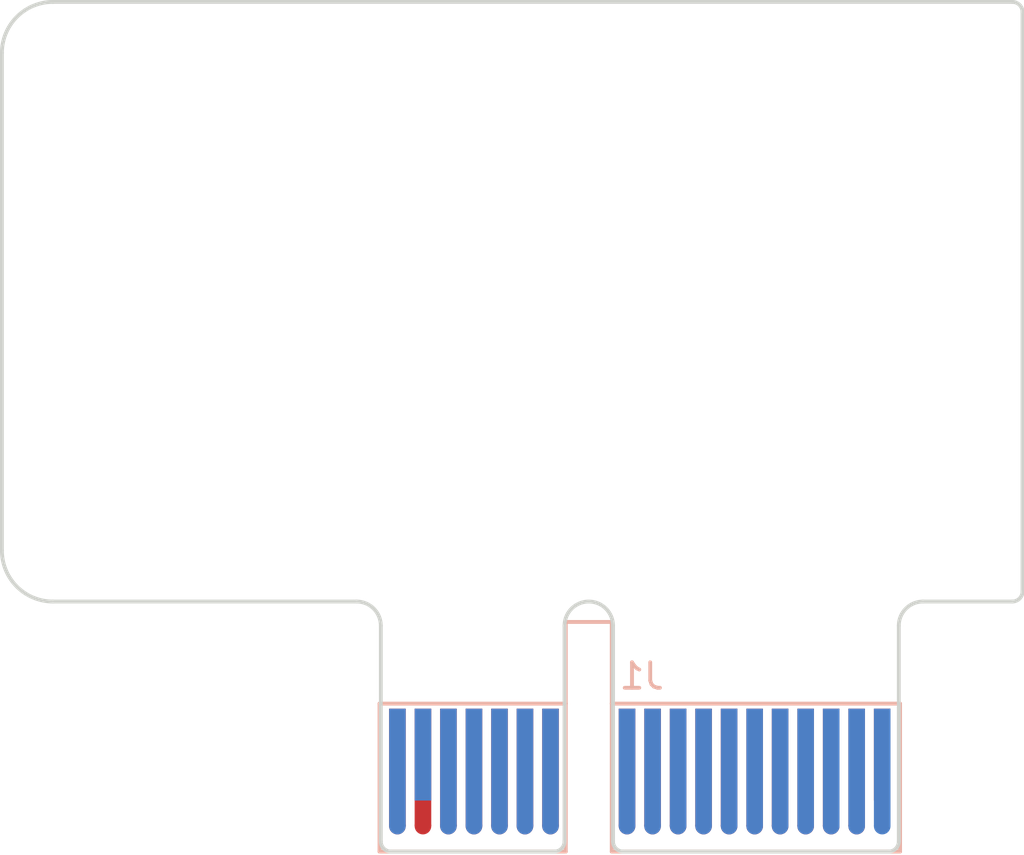
<source format=kicad_pcb>
(kicad_pcb (version 4) (host pcbnew 4.0.2+e4-6225~38~ubuntu14.04.1-stable)

  (general
    (links 0)
    (no_connects 0)
    (area 124.924999 69.924999 165.075001 103.524461)
    (thickness 1.6)
    (drawings 22)
    (tracks 0)
    (zones 0)
    (modules 1)
    (nets 37)
  )

  (page A4)
  (layers
    (0 F.Cu signal)
    (31 B.Cu signal)
    (32 B.Adhes user)
    (33 F.Adhes user)
    (34 B.Paste user)
    (35 F.Paste user)
    (36 B.SilkS user)
    (37 F.SilkS user)
    (38 B.Mask user)
    (39 F.Mask user)
    (40 Dwgs.User user)
    (41 Cmts.User user)
    (42 Eco1.User user)
    (43 Eco2.User user)
    (44 Edge.Cuts user)
    (45 Margin user)
    (46 B.CrtYd user)
    (47 F.CrtYd user)
    (48 B.Fab user)
    (49 F.Fab user)
  )

  (setup
    (last_trace_width 0.15)
    (trace_clearance 0.15)
    (zone_clearance 0.508)
    (zone_45_only yes)
    (trace_min 0.15)
    (segment_width 0.2)
    (edge_width 0.15)
    (via_size 0.6)
    (via_drill 0.3)
    (via_min_size 0.6)
    (via_min_drill 0.3)
    (uvia_size 0.3)
    (uvia_drill 0.1)
    (uvias_allowed no)
    (uvia_min_size 0.2)
    (uvia_min_drill 0.1)
    (pcb_text_width 0.3)
    (pcb_text_size 1.5 1.5)
    (mod_edge_width 0.15)
    (mod_text_size 1 1)
    (mod_text_width 0.15)
    (pad_size 1.524 1.524)
    (pad_drill 0.762)
    (pad_to_mask_clearance 0)
    (aux_axis_origin 0 0)
    (visible_elements FFFEFFFF)
    (pcbplotparams
      (layerselection 0x00030_80000001)
      (usegerberextensions false)
      (excludeedgelayer true)
      (linewidth 0.100000)
      (plotframeref false)
      (viasonmask false)
      (mode 1)
      (useauxorigin false)
      (hpglpennumber 1)
      (hpglpenspeed 20)
      (hpglpendiameter 15)
      (hpglpenoverlay 2)
      (psnegative false)
      (psa4output false)
      (plotreference true)
      (plotvalue true)
      (plotinvisibletext false)
      (padsonsilk false)
      (subtractmaskfromsilk false)
      (outputformat 1)
      (mirror false)
      (drillshape 1)
      (scaleselection 1)
      (outputdirectory ""))
  )

  (net 0 "")
  (net 1 "Net-(J1-PadB1)")
  (net 2 "Net-(J1-PadB2)")
  (net 3 "Net-(J1-PadB3)")
  (net 4 "Net-(J1-PadB4)")
  (net 5 "Net-(J1-PadB5)")
  (net 6 "Net-(J1-PadB6)")
  (net 7 "Net-(J1-PadB7)")
  (net 8 "Net-(J1-PadB8)")
  (net 9 "Net-(J1-PadB9)")
  (net 10 "Net-(J1-PadB10)")
  (net 11 "Net-(J1-PadB11)")
  (net 12 "Net-(J1-PadB14)")
  (net 13 "Net-(J1-PadB15)")
  (net 14 "Net-(J1-PadB16)")
  (net 15 "Net-(J1-PadB17)")
  (net 16 "Net-(J1-PadB18)")
  (net 17 "Net-(J1-PadB12)")
  (net 18 "Net-(J1-PadB13)")
  (net 19 "Net-(J1-PadA1)")
  (net 20 "Net-(J1-PadA2)")
  (net 21 "Net-(J1-PadA3)")
  (net 22 "Net-(J1-PadA4)")
  (net 23 "Net-(J1-PadA5)")
  (net 24 "Net-(J1-PadA6)")
  (net 25 "Net-(J1-PadA7)")
  (net 26 "Net-(J1-PadA8)")
  (net 27 "Net-(J1-PadA9)")
  (net 28 "Net-(J1-PadA10)")
  (net 29 "Net-(J1-PadA11)")
  (net 30 "Net-(J1-PadA14)")
  (net 31 "Net-(J1-PadA15)")
  (net 32 "Net-(J1-PadA16)")
  (net 33 "Net-(J1-PadA17)")
  (net 34 "Net-(J1-PadA18)")
  (net 35 "Net-(J1-PadA12)")
  (net 36 "Net-(J1-PadA13)")

  (net_class Default "This is the default net class."
    (clearance 0.15)
    (trace_width 0.15)
    (via_dia 0.6)
    (via_drill 0.3)
    (uvia_dia 0.3)
    (uvia_drill 0.1)
    (add_net "Net-(J1-PadA1)")
    (add_net "Net-(J1-PadA10)")
    (add_net "Net-(J1-PadA11)")
    (add_net "Net-(J1-PadA12)")
    (add_net "Net-(J1-PadA13)")
    (add_net "Net-(J1-PadA14)")
    (add_net "Net-(J1-PadA15)")
    (add_net "Net-(J1-PadA16)")
    (add_net "Net-(J1-PadA17)")
    (add_net "Net-(J1-PadA18)")
    (add_net "Net-(J1-PadA2)")
    (add_net "Net-(J1-PadA3)")
    (add_net "Net-(J1-PadA4)")
    (add_net "Net-(J1-PadA5)")
    (add_net "Net-(J1-PadA6)")
    (add_net "Net-(J1-PadA7)")
    (add_net "Net-(J1-PadA8)")
    (add_net "Net-(J1-PadA9)")
    (add_net "Net-(J1-PadB1)")
    (add_net "Net-(J1-PadB10)")
    (add_net "Net-(J1-PadB11)")
    (add_net "Net-(J1-PadB12)")
    (add_net "Net-(J1-PadB13)")
    (add_net "Net-(J1-PadB14)")
    (add_net "Net-(J1-PadB15)")
    (add_net "Net-(J1-PadB16)")
    (add_net "Net-(J1-PadB17)")
    (add_net "Net-(J1-PadB18)")
    (add_net "Net-(J1-PadB2)")
    (add_net "Net-(J1-PadB3)")
    (add_net "Net-(J1-PadB4)")
    (add_net "Net-(J1-PadB5)")
    (add_net "Net-(J1-PadB6)")
    (add_net "Net-(J1-PadB7)")
    (add_net "Net-(J1-PadB8)")
    (add_net "Net-(J1-PadB9)")
  )

  (module Connect:PCI-EXPRESS (layer B.Cu) (tedit 575A0ABA) (tstamp 571024BD)
    (at 150 100 180)
    (path /57102ED6)
    (fp_text reference J1 (at -0.075 3.575 180) (layer B.SilkS)
      (effects (font (size 1 1) (thickness 0.15)) (justify mirror))
    )
    (fp_text value PCIEx1Edge (at 8.2169 3.5814 180) (layer B.Fab)
      (effects (font (size 1 1) (thickness 0.15)) (justify mirror))
    )
    (fp_line (start 1.09982 2.49936) (end 1.09982 5.69976) (layer B.SilkS) (width 0.15))
    (fp_line (start 1.09982 5.69976) (end 2.90068 5.69976) (layer B.SilkS) (width 0.15))
    (fp_line (start 2.90068 5.69976) (end 2.90068 2.49936) (layer B.SilkS) (width 0.15))
    (fp_line (start -10.20064 2.49936) (end 1.09982 2.49936) (layer B.SilkS) (width 0.15))
    (fp_line (start 1.09982 2.49936) (end 1.09982 -3.29946) (layer B.SilkS) (width 0.15))
    (fp_line (start 1.09982 -3.29946) (end -10.20064 -3.29946) (layer B.SilkS) (width 0.15))
    (fp_line (start -10.20064 -3.29946) (end -10.20064 2.49936) (layer B.SilkS) (width 0.15))
    (fp_line (start 10.20064 2.49936) (end 2.90068 2.49936) (layer B.SilkS) (width 0.15))
    (fp_line (start 2.90068 -3.29946) (end 10.20064 -3.29946) (layer B.SilkS) (width 0.15))
    (fp_line (start 2.90068 2.49936) (end 2.90068 -3.29946) (layer B.SilkS) (width 0.15))
    (fp_line (start 10.20064 2.49936) (end 10.20064 -3.29946) (layer B.SilkS) (width 0.15))
    (pad "" connect circle (at 9.4996 -2.30124 180) (size 0.65024 0.65024) (layers B.Cu B.Mask))
    (pad B1 connect rect (at -9.4996 0 180) (size 0.65024 4.59994) (layers B.Cu B.Mask)
      (net 1 "Net-(J1-PadB1)"))
    (pad B2 connect rect (at -8.49884 0 180) (size 0.65024 4.59994) (layers B.Cu B.Mask)
      (net 2 "Net-(J1-PadB2)"))
    (pad B3 connect rect (at -7.50062 0 180) (size 0.65024 4.59994) (layers B.Cu B.Mask)
      (net 3 "Net-(J1-PadB3)"))
    (pad B4 connect rect (at -6.49986 0 180) (size 0.65024 4.59994) (layers B.Cu B.Mask)
      (net 4 "Net-(J1-PadB4)"))
    (pad B5 connect rect (at -5.4991 0 180) (size 0.65024 4.59994) (layers B.Cu B.Mask)
      (net 5 "Net-(J1-PadB5)"))
    (pad B6 connect rect (at -4.50088 0 180) (size 0.65024 4.59994) (layers B.Cu B.Mask)
      (net 6 "Net-(J1-PadB6)"))
    (pad B7 connect rect (at -3.50012 0 180) (size 0.65024 4.59994) (layers B.Cu B.Mask)
      (net 7 "Net-(J1-PadB7)"))
    (pad B8 connect rect (at -2.49936 0 180) (size 0.65024 4.59994) (layers B.Cu B.Mask)
      (net 8 "Net-(J1-PadB8)"))
    (pad B9 connect rect (at -1.50114 0 180) (size 0.65024 4.59994) (layers B.Cu B.Mask)
      (net 9 "Net-(J1-PadB9)"))
    (pad B10 connect rect (at -0.50038 0 180) (size 0.65024 4.59994) (layers B.Cu B.Mask)
      (net 10 "Net-(J1-PadB10)"))
    (pad B11 connect rect (at 0.50038 0 180) (size 0.65024 4.59994) (layers B.Cu B.Mask)
      (net 11 "Net-(J1-PadB11)"))
    (pad B14 connect rect (at 5.4991 0 180) (size 0.65024 4.59994) (layers B.Cu B.Mask)
      (net 12 "Net-(J1-PadB14)"))
    (pad B15 connect rect (at 6.49986 0 180) (size 0.65024 4.59994) (layers B.Cu B.Mask)
      (net 13 "Net-(J1-PadB15)"))
    (pad B16 connect rect (at 7.50062 0 180) (size 0.65024 4.59994) (layers B.Cu B.Mask)
      (net 14 "Net-(J1-PadB16)"))
    (pad B17 connect rect (at 8.49884 0.50038 180) (size 0.65024 3.59918) (layers B.Cu B.Mask)
      (net 15 "Net-(J1-PadB17)"))
    (pad B18 connect rect (at 9.4996 0 180) (size 0.65024 4.59994) (layers B.Cu B.Mask)
      (net 16 "Net-(J1-PadB18)"))
    (pad B12 connect rect (at 3.50012 0 180) (size 0.65024 4.59994) (layers B.Cu B.Mask)
      (net 17 "Net-(J1-PadB12)"))
    (pad B13 connect rect (at 4.50088 0 180) (size 0.65024 4.59994) (layers B.Cu B.Mask)
      (net 18 "Net-(J1-PadB13)"))
    (pad A1 connect rect (at -9.4996 0.50038 180) (size 0.65024 3.59918) (layers F.Cu F.Mask)
      (net 19 "Net-(J1-PadA1)"))
    (pad A2 connect rect (at -8.49884 0 180) (size 0.65024 4.59994) (layers F.Cu F.Mask)
      (net 20 "Net-(J1-PadA2)"))
    (pad A3 connect rect (at -7.50062 0 180) (size 0.65024 4.59994) (layers F.Cu F.Mask)
      (net 21 "Net-(J1-PadA3)"))
    (pad A4 connect rect (at -6.49986 0 180) (size 0.65024 4.59994) (layers F.Cu F.Mask)
      (net 22 "Net-(J1-PadA4)"))
    (pad A5 connect rect (at -5.4991 0 180) (size 0.65024 4.59994) (layers F.Cu F.Mask)
      (net 23 "Net-(J1-PadA5)"))
    (pad A6 connect rect (at -4.50088 0 180) (size 0.65024 4.59994) (layers F.Cu F.Mask)
      (net 24 "Net-(J1-PadA6)"))
    (pad A7 connect rect (at -3.50012 0 180) (size 0.65024 4.59994) (layers F.Cu F.Mask)
      (net 25 "Net-(J1-PadA7)"))
    (pad A8 connect rect (at -2.49936 0 180) (size 0.65024 4.59994) (layers F.Cu F.Mask)
      (net 26 "Net-(J1-PadA8)"))
    (pad A9 connect rect (at -1.50114 0 180) (size 0.65024 4.59994) (layers F.Cu F.Mask)
      (net 27 "Net-(J1-PadA9)"))
    (pad A10 connect rect (at -0.50038 0 180) (size 0.65024 4.59994) (layers F.Cu F.Mask)
      (net 28 "Net-(J1-PadA10)"))
    (pad A11 connect rect (at 0.50038 0 180) (size 0.65024 4.59994) (layers F.Cu F.Mask)
      (net 29 "Net-(J1-PadA11)"))
    (pad A14 connect rect (at 5.4991 0 180) (size 0.65024 4.59994) (layers F.Cu F.Mask)
      (net 30 "Net-(J1-PadA14)"))
    (pad A15 connect rect (at 6.49986 0 180) (size 0.65024 4.59994) (layers F.Cu F.Mask)
      (net 31 "Net-(J1-PadA15)"))
    (pad A16 connect rect (at 7.50062 0 180) (size 0.65024 4.59994) (layers F.Cu F.Mask)
      (net 32 "Net-(J1-PadA16)"))
    (pad A17 connect rect (at 8.49884 0 180) (size 0.65024 4.59994) (layers F.Cu F.Mask)
      (net 33 "Net-(J1-PadA17)"))
    (pad A18 connect rect (at 9.4996 0 180) (size 0.65024 4.59994) (layers F.Cu F.Mask)
      (net 34 "Net-(J1-PadA18)"))
    (pad A12 connect rect (at 3.50012 0 180) (size 0.65024 4.59994) (layers F.Cu F.Mask)
      (net 35 "Net-(J1-PadA12)"))
    (pad A13 connect rect (at 4.50088 0 180) (size 0.65024 4.59994) (layers F.Cu F.Mask)
      (net 36 "Net-(J1-PadA13)"))
    (pad "" connect circle (at -7.50062 -2.30124 180) (size 0.65024 0.65024) (layers B.Cu B.Mask))
    (pad "" connect circle (at -6.49986 -2.30124 180) (size 0.65024 0.65024) (layers B.Cu B.Mask))
    (pad "" connect circle (at -5.4991 -2.30124 180) (size 0.65024 0.65024) (layers B.Cu B.Mask))
    (pad "" connect circle (at -4.50088 -2.30124 180) (size 0.65024 0.65024) (layers B.Cu B.Mask))
    (pad "" connect circle (at -3.50012 -2.30124 180) (size 0.65024 0.65024) (layers B.Cu B.Mask))
    (pad "" connect circle (at -2.49936 -2.30124 180) (size 0.65024 0.65024) (layers B.Cu B.Mask))
    (pad "" connect circle (at -1.50114 -2.30124 180) (size 0.65024 0.65024) (layers B.Cu B.Mask))
    (pad "" connect circle (at -0.50038 -2.30124 180) (size 0.65024 0.65024) (layers B.Cu B.Mask))
    (pad "" connect circle (at 0.50038 -2.30124 180) (size 0.65024 0.65024) (layers B.Cu B.Mask))
    (pad "" connect circle (at -9.4996 -2.30124 180) (size 0.65024 0.65024) (layers B.Cu B.Mask))
    (pad "" connect circle (at 3.50012 -2.30124 180) (size 0.65024 0.65024) (layers B.Cu B.Mask))
    (pad "" connect circle (at 4.50088 -2.30124 180) (size 0.65024 0.65024) (layers B.Cu B.Mask))
    (pad "" connect circle (at 5.4991 -2.30124 180) (size 0.65024 0.65024) (layers B.Cu B.Mask))
    (pad "" connect circle (at 6.49986 -2.30124 180) (size 0.65024 0.65024) (layers B.Cu B.Mask))
    (pad "" connect circle (at 7.50062 -2.30124 180) (size 0.65024 0.65024) (layers B.Cu B.Mask))
    (pad "" connect circle (at -8.49884 -2.30124 180) (size 0.65024 0.65024) (layers B.Cu B.Mask))
    (pad "" connect oval (at -6.49986 -2.30124 90) (size 0.65024 0.65024) (layers F.Cu F.Mask))
    (pad "" connect oval (at -5.4991 -2.30124 90) (size 0.65024 0.65024) (layers F.Cu F.Mask))
    (pad "" connect oval (at -4.50088 -2.30124 90) (size 0.65024 0.65024) (layers F.Cu F.Mask))
    (pad "" connect oval (at -3.50012 -2.30124 90) (size 0.65024 0.65024) (layers F.Cu F.Mask))
    (pad "" connect oval (at -2.49936 -2.30124 90) (size 0.65024 0.65024) (layers F.Cu F.Mask))
    (pad "" connect oval (at -1.50114 -2.30124 90) (size 0.65024 0.65024) (layers F.Cu F.Mask))
    (pad "" connect oval (at -0.50038 -2.30124 90) (size 0.65024 0.65024) (layers F.Cu F.Mask))
    (pad "" connect oval (at 5.4991 -2.30124 90) (size 0.65024 0.65024) (layers F.Cu F.Mask))
    (pad "" connect oval (at 6.49986 -2.30124 90) (size 0.65024 0.65024) (layers F.Cu F.Mask))
    (pad "" connect oval (at -7.50062 -2.30124 90) (size 0.65024 0.65024) (layers F.Cu F.Mask))
    (pad "" connect oval (at 4.50088 -2.30124 90) (size 0.65024 0.65024) (layers F.Cu F.Mask))
    (pad "" connect oval (at 7.50062 -2.30124 90) (size 0.65024 0.65024) (layers F.Cu F.Mask))
    (pad "" connect oval (at 0.50038 -2.30124 90) (size 0.65024 0.65024) (layers F.Cu F.Mask))
    (pad "" connect oval (at 3.50012 -2.30124 90) (size 0.65024 0.65024) (layers F.Cu F.Mask))
    (pad "" connect oval (at 8.49884 -2.30124 90) (size 0.65024 0.65024) (layers F.Cu F.Mask))
    (pad "" connect oval (at 9.4996 -2.30124 90) (size 0.65024 0.65024) (layers F.Cu F.Mask))
    (pad "" connect oval (at -8.49884 -2.30124 90) (size 0.65024 0.65024) (layers F.Cu F.Mask))
  )

  (gr_arc (start 164.6 70.4) (end 165 70.4) (angle -90) (layer Edge.Cuts) (width 0.15) (tstamp 575A0A41))
  (gr_arc (start 164.6 93.1) (end 164.6 93.5) (angle -90) (layer Edge.Cuts) (width 0.15) (tstamp 575A09EA))
  (gr_arc (start 159.75 102.9) (end 160.15 102.9) (angle 90) (layer Edge.Cuts) (width 0.15) (tstamp 575A09A8))
  (gr_arc (start 149.35 102.9) (end 148.95 102.9) (angle -90) (layer Edge.Cuts) (width 0.15) (tstamp 575A0946))
  (gr_arc (start 146.65 102.9) (end 147.05 102.9) (angle 90) (layer Edge.Cuts) (width 0.15) (tstamp 575A0797))
  (gr_arc (start 140.25 102.9) (end 139.85 102.9) (angle -90) (layer Edge.Cuts) (width 0.15) (tstamp 575A06FE))
  (gr_line (start 165 70.4) (end 165 93.1) (angle 90) (layer Edge.Cuts) (width 0.15) (tstamp 575A0518))
  (gr_line (start 164.6 93.5) (end 161.1 93.5) (angle 90) (layer Edge.Cuts) (width 0.15) (tstamp 575A04F5))
  (gr_arc (start 161.1 94.45) (end 160.15 94.45) (angle 90) (layer Edge.Cuts) (width 0.15) (tstamp 575A048B))
  (gr_line (start 125 91.5) (end 125 72) (angle 90) (layer Edge.Cuts) (width 0.15) (tstamp 575A0413))
  (gr_arc (start 127 91.5) (end 127 93.5) (angle 90) (layer Edge.Cuts) (width 0.15) (tstamp 575A03AC))
  (gr_line (start 138.9 93.5) (end 127 93.5) (angle 90) (layer Edge.Cuts) (width 0.15) (tstamp 575A0373))
  (gr_arc (start 138.9 94.45) (end 139.85 94.45) (angle -90) (layer Edge.Cuts) (width 0.15) (tstamp 575A0260))
  (gr_arc (start 127 72) (end 125 72) (angle 90) (layer Edge.Cuts) (width 0.15) (tstamp 575A0050))
  (gr_line (start 164.6 70) (end 127 70) (angle 90) (layer Edge.Cuts) (width 0.15))
  (gr_line (start 160.15 102.9) (end 160.15 94.45) (angle 90) (layer Edge.Cuts) (width 0.15))
  (gr_line (start 149.35 103.3) (end 159.75 103.3) (angle 90) (layer Edge.Cuts) (width 0.15))
  (gr_line (start 139.85 102.9) (end 139.85 94.45) (angle 90) (layer Edge.Cuts) (width 0.15))
  (gr_line (start 146.65 103.3) (end 140.25 103.3) (angle 90) (layer Edge.Cuts) (width 0.15))
  (gr_arc (start 148 94.45) (end 147.05 94.45) (angle 180) (layer Edge.Cuts) (width 0.15))
  (gr_line (start 148.95 94.45) (end 148.95 102.9) (angle 90) (layer Edge.Cuts) (width 0.15) (tstamp 57102CF6))
  (gr_line (start 147.05 94.45) (end 147.05 102.9) (angle 90) (layer Edge.Cuts) (width 0.15))

  (zone (net 0) (net_name "") (layer F.Mask) (tstamp 5759FAAD) (hatch edge 0.508)
    (connect_pads (clearance 0.508))
    (min_thickness 0.254)
    (fill yes (arc_segments 16) (thermal_gap 0.508) (thermal_bridge_width 0.508))
    (polygon
      (pts
        (xy 139.85 103.425) (xy 139.85 97.475) (xy 160.15 97.475) (xy 160.15 103.425) (xy 139.9 103.425)
        (xy 139.9 103.45)
      )
    )
    (filled_polygon
      (pts
        (xy 160.023 103.298) (xy 139.977 103.298) (xy 139.977 97.602) (xy 160.023 97.602)
      )
    )
  )
  (zone (net 0) (net_name "") (layer B.Mask) (tstamp 5759FAAD) (hatch edge 0.508)
    (connect_pads (clearance 0.508))
    (min_thickness 0.254)
    (fill yes (arc_segments 16) (thermal_gap 0.508) (thermal_bridge_width 0.508))
    (polygon
      (pts
        (xy 139.85 103.425) (xy 139.85 97.475) (xy 160.15 97.475) (xy 160.15 103.425) (xy 139.9 103.425)
        (xy 139.9 103.45)
      )
    )
    (filled_polygon
      (pts
        (xy 160.023 103.298) (xy 139.977 103.298) (xy 139.977 97.602) (xy 160.023 97.602)
      )
    )
  )
)

</source>
